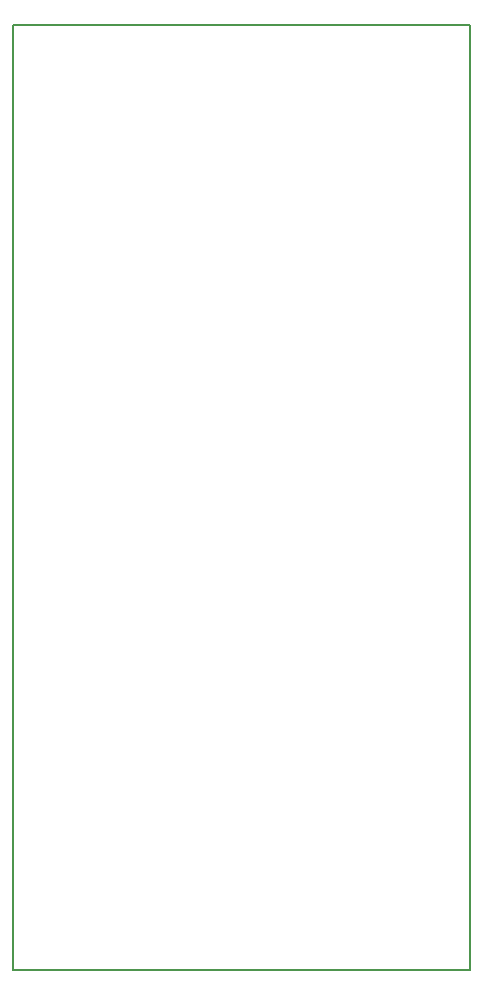
<source format=gm1>
%TF.GenerationSoftware,KiCad,Pcbnew,(6.0.4)*%
%TF.CreationDate,2022-03-30T18:51:52+02:00*%
%TF.ProjectId,Pi-pico-AD9854_adapter,50692d70-6963-46f2-9d41-44393835345f,rev?*%
%TF.SameCoordinates,Original*%
%TF.FileFunction,Profile,NP*%
%FSLAX46Y46*%
G04 Gerber Fmt 4.6, Leading zero omitted, Abs format (unit mm)*
G04 Created by KiCad (PCBNEW (6.0.4)) date 2022-03-30 18:51:52*
%MOMM*%
%LPD*%
G01*
G04 APERTURE LIST*
%TA.AperFunction,Profile*%
%ADD10C,0.200000*%
%TD*%
G04 APERTURE END LIST*
D10*
X103505000Y-14922500D02*
X142240000Y-14922500D01*
X142240000Y-14922500D02*
X142240000Y-94932500D01*
X142240000Y-94932500D02*
X103505000Y-94932500D01*
X103505000Y-94932500D02*
X103505000Y-14922500D01*
M02*

</source>
